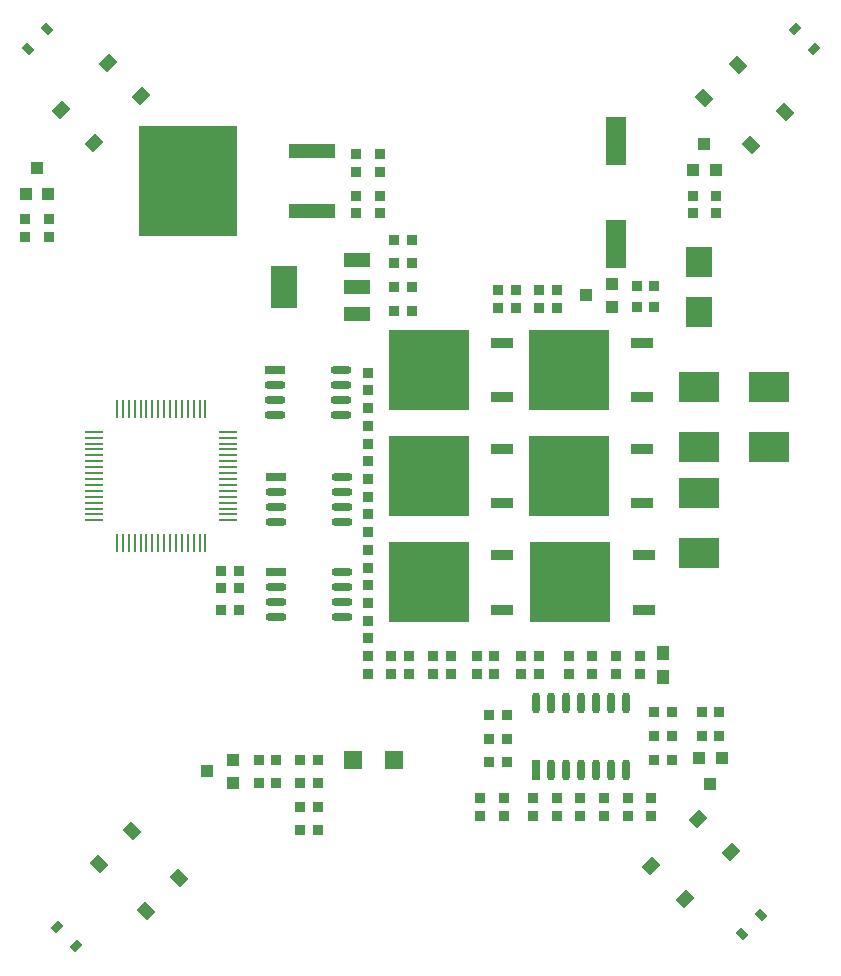
<source format=gbr>
G04*
G04 #@! TF.GenerationSoftware,Altium Limited,Altium Designer,22.4.2 (48)*
G04*
G04 Layer_Color=8421504*
%FSLAX44Y44*%
%MOMM*%
G71*
G04*
G04 #@! TF.SameCoordinates,72DCB881-4164-4183-B9F3-641E9368B05D*
G04*
G04*
G04 #@! TF.FilePolarity,Positive*
G04*
G01*
G75*
%ADD20R,1.8000X0.6500*%
%ADD21O,1.8000X0.6500*%
%ADD22R,2.3000X2.5000*%
G04:AMPARAMS|DCode=23|XSize=0.7mm|YSize=0.85mm|CornerRadius=0mm|HoleSize=0mm|Usage=FLASHONLY|Rotation=315.000|XOffset=0mm|YOffset=0mm|HoleType=Round|Shape=Rectangle|*
%AMROTATEDRECTD23*
4,1,4,-0.5480,-0.0530,0.0530,0.5480,0.5480,0.0530,-0.0530,-0.5480,-0.5480,-0.0530,0.0*
%
%ADD23ROTATEDRECTD23*%

G04:AMPARAMS|DCode=24|XSize=1.2mm|YSize=1mm|CornerRadius=0mm|HoleSize=0mm|Usage=FLASHONLY|Rotation=315.000|XOffset=0mm|YOffset=0mm|HoleType=Round|Shape=Rectangle|*
%AMROTATEDRECTD24*
4,1,4,-0.7778,0.0707,-0.0707,0.7778,0.7778,-0.0707,0.0707,-0.7778,-0.7778,0.0707,0.0*
%
%ADD24ROTATEDRECTD24*%

%ADD25R,0.9000X0.9000*%
%ADD26R,3.4000X2.5000*%
%ADD27R,0.9000X0.9000*%
%ADD28R,1.0000X1.0000*%
%ADD29R,2.2000X1.2000*%
%ADD30R,2.2000X3.6000*%
%ADD31R,1.9000X0.9500*%
%ADD32R,6.9000X6.8000*%
%ADD33O,0.6500X1.8000*%
%ADD34R,0.6500X1.8000*%
%ADD35R,1.0000X1.2000*%
%ADD36R,1.0000X1.0000*%
G04:AMPARAMS|DCode=37|XSize=0.7mm|YSize=0.85mm|CornerRadius=0mm|HoleSize=0mm|Usage=FLASHONLY|Rotation=225.000|XOffset=0mm|YOffset=0mm|HoleType=Round|Shape=Rectangle|*
%AMROTATEDRECTD37*
4,1,4,-0.0530,0.5480,0.5480,-0.0530,0.0530,-0.5480,-0.5480,0.0530,-0.0530,0.5480,0.0*
%
%ADD37ROTATEDRECTD37*%

G04:AMPARAMS|DCode=38|XSize=1.2mm|YSize=1mm|CornerRadius=0mm|HoleSize=0mm|Usage=FLASHONLY|Rotation=225.000|XOffset=0mm|YOffset=0mm|HoleType=Round|Shape=Rectangle|*
%AMROTATEDRECTD38*
4,1,4,0.0707,0.7778,0.7778,0.0707,-0.0707,-0.7778,-0.7778,-0.0707,0.0707,0.7778,0.0*
%
%ADD38ROTATEDRECTD38*%

%ADD39R,1.5000X1.6000*%
%ADD40R,1.5000X0.2800*%
%ADD41R,0.2800X1.5000*%
%ADD42R,1.8000X4.1000*%
%ADD43R,4.0000X1.2200*%
%ADD44R,8.3000X9.4000*%
D20*
X222000Y299050D02*
D03*
X221205Y389636D02*
D03*
X222000Y219050D02*
D03*
D21*
Y286350D02*
D03*
Y273650D02*
D03*
Y260950D02*
D03*
X278000Y299050D02*
D03*
Y286350D02*
D03*
Y273650D02*
D03*
Y260950D02*
D03*
X277205Y351536D02*
D03*
Y364236D02*
D03*
Y376936D02*
D03*
Y389636D02*
D03*
X221205Y351536D02*
D03*
Y364236D02*
D03*
Y376936D02*
D03*
X278000Y180950D02*
D03*
Y193650D02*
D03*
Y206350D02*
D03*
Y219050D02*
D03*
X222000Y180950D02*
D03*
Y193650D02*
D03*
Y206350D02*
D03*
D22*
X580005Y438499D02*
D03*
Y481499D02*
D03*
D23*
X678132Y661868D02*
D03*
X661868Y678132D02*
D03*
X36868Y-81868D02*
D03*
X53132Y-98132D02*
D03*
D24*
X652813Y608617D02*
D03*
X613215Y648215D02*
D03*
X585000Y620000D02*
D03*
X624598Y580402D02*
D03*
X140000Y-40000D02*
D03*
X100402Y-402D02*
D03*
X72187Y-28617D02*
D03*
X111785Y-68215D02*
D03*
D25*
X575000Y522500D02*
D03*
Y537500D02*
D03*
X595000D02*
D03*
Y522500D02*
D03*
X310000D02*
D03*
Y537500D02*
D03*
X460000Y442500D02*
D03*
Y457500D02*
D03*
X445000D02*
D03*
Y442500D02*
D03*
X425000D02*
D03*
Y457500D02*
D03*
X410000D02*
D03*
Y442500D02*
D03*
X300000Y372500D02*
D03*
Y387500D02*
D03*
Y342500D02*
D03*
Y357500D02*
D03*
Y312500D02*
D03*
Y327500D02*
D03*
Y282500D02*
D03*
Y297500D02*
D03*
Y252500D02*
D03*
Y267500D02*
D03*
Y222500D02*
D03*
Y237500D02*
D03*
Y192500D02*
D03*
Y207500D02*
D03*
Y162500D02*
D03*
Y177500D02*
D03*
Y132500D02*
D03*
Y147500D02*
D03*
X320000D02*
D03*
Y132500D02*
D03*
X335000Y132500D02*
D03*
Y147500D02*
D03*
X370000Y132500D02*
D03*
Y147500D02*
D03*
X355000D02*
D03*
Y132500D02*
D03*
X392000D02*
D03*
Y147500D02*
D03*
X407000D02*
D03*
Y132500D02*
D03*
X430000D02*
D03*
Y147500D02*
D03*
X445000Y147500D02*
D03*
Y132500D02*
D03*
X470000Y132500D02*
D03*
Y147500D02*
D03*
X490000Y132500D02*
D03*
Y147500D02*
D03*
X510000D02*
D03*
Y132500D02*
D03*
X530000Y147500D02*
D03*
Y132500D02*
D03*
X440000Y12500D02*
D03*
Y27500D02*
D03*
X460000D02*
D03*
Y12500D02*
D03*
X480000Y27500D02*
D03*
Y12500D02*
D03*
X500000Y27500D02*
D03*
Y12500D02*
D03*
X520000Y27500D02*
D03*
Y12500D02*
D03*
X540000Y27500D02*
D03*
Y12500D02*
D03*
X415000D02*
D03*
Y27500D02*
D03*
X395000Y12500D02*
D03*
Y27500D02*
D03*
X30000Y502500D02*
D03*
Y517500D02*
D03*
X10000Y502500D02*
D03*
Y517500D02*
D03*
X290000Y522500D02*
D03*
Y537500D02*
D03*
X310000Y572500D02*
D03*
Y557500D02*
D03*
X290000D02*
D03*
Y572500D02*
D03*
D26*
X580000Y234500D02*
D03*
Y285500D02*
D03*
Y375500D02*
D03*
Y324500D02*
D03*
X640000D02*
D03*
Y375500D02*
D03*
D27*
X527500Y461000D02*
D03*
X542500D02*
D03*
Y443000D02*
D03*
X527500D02*
D03*
X337500Y440000D02*
D03*
X322500D02*
D03*
Y460000D02*
D03*
X337500D02*
D03*
Y480000D02*
D03*
X322500D02*
D03*
X190500Y187000D02*
D03*
X175500D02*
D03*
Y205000D02*
D03*
X190500D02*
D03*
Y220000D02*
D03*
X175500D02*
D03*
X542500Y60000D02*
D03*
X557500D02*
D03*
Y100000D02*
D03*
X542500D02*
D03*
X557500Y80000D02*
D03*
X542500D02*
D03*
X582500Y100000D02*
D03*
X597500D02*
D03*
X582500Y80000D02*
D03*
X597500D02*
D03*
X417500Y97500D02*
D03*
X402500D02*
D03*
Y77500D02*
D03*
X417500D02*
D03*
Y57500D02*
D03*
X402500D02*
D03*
X257500Y60000D02*
D03*
X242500D02*
D03*
X257500Y20000D02*
D03*
X242500D02*
D03*
X257500Y0D02*
D03*
X242500D02*
D03*
Y40000D02*
D03*
X257500D02*
D03*
X222500Y60000D02*
D03*
X207500D02*
D03*
X222500Y40000D02*
D03*
X207500D02*
D03*
X337500Y500000D02*
D03*
X322500D02*
D03*
D28*
X507000Y443500D02*
D03*
X485000Y453000D02*
D03*
X507000Y462500D02*
D03*
X186000Y40500D02*
D03*
X164000Y50000D02*
D03*
X186000Y59500D02*
D03*
D29*
X291000Y437000D02*
D03*
Y460000D02*
D03*
Y483000D02*
D03*
D30*
X229000Y460000D02*
D03*
D31*
X413500Y367000D02*
D03*
Y413000D02*
D03*
X532000Y367000D02*
D03*
Y413000D02*
D03*
X413500Y277000D02*
D03*
Y323000D02*
D03*
X532000Y277000D02*
D03*
Y323000D02*
D03*
X533500Y187000D02*
D03*
Y233000D02*
D03*
X413500Y187000D02*
D03*
Y233000D02*
D03*
D32*
X351500Y390000D02*
D03*
X470000D02*
D03*
X351500Y300000D02*
D03*
X470000D02*
D03*
X471500Y210000D02*
D03*
X351500D02*
D03*
D33*
X518764Y107500D02*
D03*
X506064D02*
D03*
X493364D02*
D03*
X480664D02*
D03*
X467964D02*
D03*
X455264D02*
D03*
X442564D02*
D03*
X518764Y51500D02*
D03*
X506064D02*
D03*
X493364D02*
D03*
X480664D02*
D03*
X467964D02*
D03*
X455264D02*
D03*
D34*
X442564D02*
D03*
D35*
X550000Y129500D02*
D03*
Y150500D02*
D03*
D36*
X599500Y61000D02*
D03*
X590000Y39000D02*
D03*
X580500Y61000D02*
D03*
X10500Y539000D02*
D03*
X20000Y561000D02*
D03*
X29500Y539000D02*
D03*
X594500Y559000D02*
D03*
X585000Y581000D02*
D03*
X575500Y559000D02*
D03*
D37*
X616868Y-88132D02*
D03*
X633132Y-71868D02*
D03*
X28132Y678132D02*
D03*
X11868Y661868D02*
D03*
D38*
X568215Y-58215D02*
D03*
X607813Y-18617D02*
D03*
X579598Y9598D02*
D03*
X540000Y-30000D02*
D03*
X79598Y649598D02*
D03*
X40000Y610000D02*
D03*
X68215Y581785D02*
D03*
X107813Y621383D02*
D03*
D39*
X322500Y60000D02*
D03*
X287500D02*
D03*
D40*
X68000Y337500D02*
D03*
Y332500D02*
D03*
Y327500D02*
D03*
Y322500D02*
D03*
Y317500D02*
D03*
Y312500D02*
D03*
Y307500D02*
D03*
Y302500D02*
D03*
Y297500D02*
D03*
Y292500D02*
D03*
Y287500D02*
D03*
Y282500D02*
D03*
Y277500D02*
D03*
Y272500D02*
D03*
Y267500D02*
D03*
Y262500D02*
D03*
X182000D02*
D03*
Y267500D02*
D03*
Y272500D02*
D03*
Y277500D02*
D03*
Y282500D02*
D03*
Y287500D02*
D03*
Y292500D02*
D03*
Y297500D02*
D03*
Y302500D02*
D03*
Y307500D02*
D03*
Y312500D02*
D03*
Y317500D02*
D03*
Y322500D02*
D03*
Y327500D02*
D03*
Y332500D02*
D03*
Y337500D02*
D03*
D41*
X87500Y243000D02*
D03*
X92500D02*
D03*
X97500D02*
D03*
X102500D02*
D03*
X107500D02*
D03*
X112500D02*
D03*
X117500D02*
D03*
X122500D02*
D03*
X127500D02*
D03*
X132500D02*
D03*
X137500D02*
D03*
X142500D02*
D03*
X147500D02*
D03*
X152500D02*
D03*
X157500D02*
D03*
X162500D02*
D03*
Y357000D02*
D03*
X157500D02*
D03*
X152500D02*
D03*
X147500D02*
D03*
X142500D02*
D03*
X137500D02*
D03*
X132500D02*
D03*
X127500D02*
D03*
X122500D02*
D03*
X117500D02*
D03*
X112500D02*
D03*
X107500D02*
D03*
X102500D02*
D03*
X97500D02*
D03*
X92500D02*
D03*
X87500D02*
D03*
D42*
X510000Y583500D02*
D03*
Y496500D02*
D03*
D43*
X252324Y524600D02*
D03*
Y575400D02*
D03*
D44*
X147676Y550000D02*
D03*
M02*

</source>
